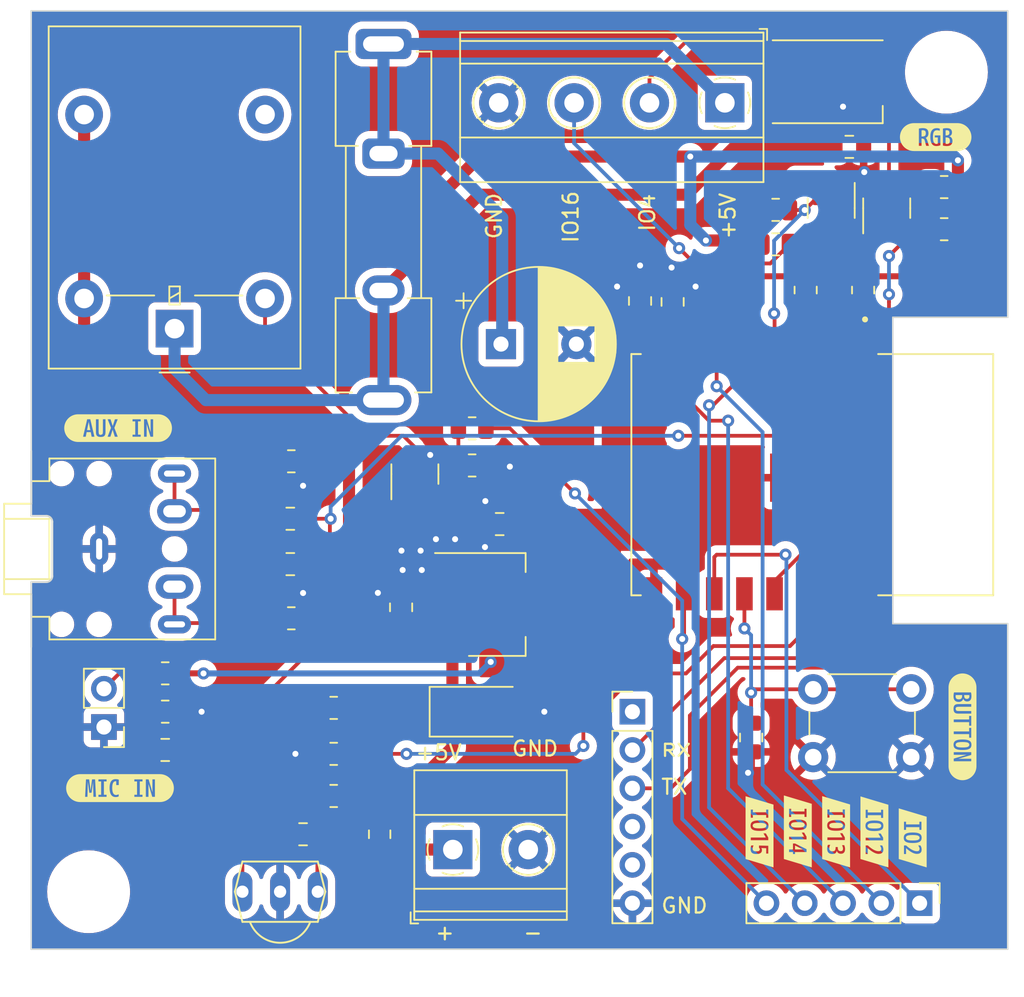
<source format=kicad_pcb>
(kicad_pcb (version 20221018) (generator pcbnew)
  (layers (0 "F.Cu" signal) (31 "B.Cu" signal) (34 "B.Paste" user) (35 "F.Paste" user) (36 "B.SilkS" user "B.Silkscreen") (37 "F.SilkS" user "F.Silkscreen") (38 "B.Mask" user) (39 "F.Mask" user) (44 "Edge.Cuts" user))
  (net 0 "")
  (net 1 "+5V")
  (net 2 "GND")
  (net 3 "+3V3")
  (net 4 "Net-(J3-Pin_1)")
  (net 5 "/Top_Sheet/ESP-12S/IO0")
  (net 6 "/Top_Sheet/ESP-12S/ADC")
  (net 7 "Net-(MK1-+)")
  (net 8 "Net-(C8-Pad2)")
  (net 9 "Net-(C9-Pad2)")
  (net 10 "/Top_Sheet/ESP-12S/5V_LED")
  (net 12 "/Top_Sheet/ESP-12S/DATA")
  (net 13 "Net-(J4-Pin_1)")
  (net 15 "/Top_Sheet/ESP-12S/RXD0")
  (net 16 "/Top_Sheet/ESP-12S/TXD")
  (net 19 "/Top_Sheet/ESP-12S/CLK")
  (net 20 "/Top_Sheet/ESP-12S/IO2")
  (net 21 "/Top_Sheet/ESP-12S/IO12")
  (net 22 "/Top_Sheet/ESP-12S/IO13")
  (net 23 "/Top_Sheet/ESP-12S/IO14")
  (net 24 "/Top_Sheet/ESP-12S/IO15")
  (net 25 "Net-(Q3-D)")
  (net 27 "/Top_Sheet/ESP-12S/IO4")
  (net 28 "/Top_Sheet/ESP-12S/IO16")
  (net 29 "Net-(Q3-G)")
  (net 30 "Net-(U1-RST)")
  (net 31 "Net-(U1-EN)")
  (net 32 "/Top_Sheet/ESP-12S/IO5")
  (net 33 "Net-(U3-V+)")
  (net 34 "Net-(R13-Pad2)")
  (footprint "Connector_PinHeader_2.54mm:PinHeader_1x06_P2.54mm_Vertical" (layer "F.Cu") (at 118.314 100.598)
    (fp_text reference "J2" hide)
    (fp_text value "Conn_01x06")
  )
  (footprint "Connector_PinHeader_2.54mm:PinHeader_1x02_P2.54mm_Vertical" (layer "F.Cu") (at 83.262 101.614 180)
    (fp_text reference "MK1" hide)
    (fp_text value "Microphone")
  )
  (footprint "Resistor_SMD:R_0805_2012Metric" (layer "F.Cu") (at 138.9915 65.8)
    (fp_text reference "R5" hide)
    (fp_text value "K10K")
  )
  (footprint "Resistor_SMD:R_0805_2012Metric" (layer "F.Cu") (at 98.502 103.392)
    (fp_text reference "R14" hide)
    (fp_text value "3.3K")
  )
  (footprint "Resistor_SMD:R_0805_2012Metric" (layer "F.Cu") (at 127.8155 67.31 180)
    (fp_text reference "R4" hide)
    (fp_text value "10K")
  )
  (footprint "Capacitor_SMD:C_0805_2012Metric" (layer "F.Cu") (at 126.188 102.31 90)
    (fp_text reference "C6" hide)
    (fp_text value "100n")
  )
  (footprint "Capacitor_SMD:C_0805_2012Metric" (layer "F.Cu") (at 132.702 63.132)
    (fp_text reference "C10" hide)
    (fp_text value "100n")
  )
  (footprint "MountingHole:MountingHole_3mm" (layer "F.Cu") (at 139.142 58.18)
    (fp_text reference "H1" hide)
    (fp_text value "MountingHole")
  )
  (footprint "Resistor_SMD:R_0805_2012Metric" (layer "F.Cu") (at 98.502 100.344 180)
    (fp_text reference "R13" hide)
    (fp_text value "10K")
  )
  (footprint "Package_TO_SOT_SMD:SOT-223-3_TabPin2" (layer "F.Cu") (at 109.322 93.486)
    (fp_text reference "U2" hide)
    (fp_text value "NCP1117-3.3_SOT223")
  )
  (footprint "Resistor_SMD:R_0805_2012Metric" (layer "F.Cu") (at 107.6835 84.2635)
    (fp_text reference "R8" hide)
    (fp_text value "10K")
  )
  (footprint "Button_Switch_THT:SW_PUSH_6mm_H7.3mm" (layer "F.Cu") (at 130.304 99.11)
    (fp_text reference "SW2" hide)
    (fp_text value "SW_SPST")
  )
  (footprint "kibuzzard-6541D5EF" (layer "F.Cu") (at 134.366 108.569125 -90)
    (fp_text reference "kibuzzard-6541D5EF" hide)
    (fp_text value "G***" hide)
  )
  (footprint "TSOP1838:TSOP18XX" (layer "F.Cu") (at 94.9472 112.5094)
    (fp_text reference "U3" hide)
    (fp_text value "TSOP1838")
  )
  (footprint "kibuzzard-6541D612" (layer "F.Cu") (at 136.906 108.966 -90)
    (fp_text reference "kibuzzard-6541D612" hide)
    (fp_text value "G***" hide)
  )
  (footprint "kibuzzard-6541E326" (layer "F.Cu") (at 138.43 62.484)
    (fp_text reference "kibuzzard-6541E326" hide)
    (fp_text value "G***" hide)
  )
  (footprint "Diode_SMD:D_SMA" (layer "F.Cu") (at 108.376 100.598)
    (fp_text reference "D1" hide)
    (fp_text value "SS16")
  )
  (footprint "Connector_PinHeader_2.54mm:PinHeader_1x05_P2.54mm_Vertical" (layer "F.Cu") (at 137.364 113.298 -90)
    (fp_text reference "J5" hide)
    (fp_text value "Conn_01x05_Pin")
  )
  (footprint "kibuzzard-6541D591" (layer "F.Cu") (at 129.286 108.537375 -90)
    (fp_text reference "kibuzzard-6541D591" hide)
    (fp_text value "G***" hide)
  )
  (footprint "Resistor_SMD:R_0805_2012Metric" (layer "F.Cu") (at 138.9915 68.594)
    (fp_text reference "R3" hide)
    (fp_text value "10K")
  )
  (footprint "ESP-12S:MODULE_ESP-12S" (layer "F.Cu") (at 130.244 84.876 -90)
    (fp_text reference "U1" hide)
    (fp_text value "ESP-12S")
  )
  (footprint "Connector_Audio:Jack_3.5mm_CUI_SJ1-3525N_Horizontal" (layer "F.Cu") (at 82.943 89.803 -90)
    (fp_text reference "J6" hide)
    (fp_text value "AudioJack2_Ground_Switch")
    (fp_line (start -2.2 3.5) (end -2.2 4.5) (stroke (width 0.12)) (layer "Edge.Cuts"))
    (fp_line (start -2.2 4.5) (end -6.5 4.5) (stroke (width 0.12)) (layer "Edge.Cuts"))
    (fp_line (start 1.8 3.1) (end -1.8 3.1) (stroke (width 0.12)) (layer "Edge.Cuts"))
    (fp_line (start 2.2 3.5) (end 2.2 4.5) (stroke (width 0.12)) (layer "Edge.Cuts"))
    (fp_line (start 2.2 4.5) (end 6.5 4.5) (stroke (width 0.12)) (layer "Edge.Cuts"))
    (fp_arc (start -2.2 3.5) (mid -2.082842 3.217158) (end -1.8 3.1) (stroke (width 0.12)) (layer "Edge.Cuts"))
    (fp_arc (start 1.8 3.1) (mid 2.082843 3.217157) (end 2.2 3.5) (stroke (width 0.12)) (layer "Edge.Cuts"))
  )
  (footprint "Capacitor_SMD:C_0805_2012Metric" (layer "F.Cu") (at 102.972 93.674 90)
    (fp_text reference "C1" hide)
    (fp_text value "10u")
  )
  (footprint "Capacitor_SMD:C_0805_2012Metric" (layer "F.Cu") (at 95.624 90.808 180)
    (fp_text reference "C8" hide)
    (fp_text value "100n")
  )
  (footprint "Capacitor_SMD:C_0805_2012Metric" (layer "F.Cu") (at 120.981 73.415 90)
    (fp_text reference "C4" hide)
    (fp_text value "10u")
  )
  (footprint "kibuzzard-6541E704" (layer "F.Cu") (at 140.208 101.6 -90)
    (fp_text reference "kibuzzard-6541E704" hide)
    (fp_text value "G***" hide)
  )
  (footprint "Package_TO_SOT_SMD:SOT-23" (layer "F.Cu") (at 131.4985 67.197 -90)
    (fp_text reference "Q2" hide)
    (fp_text value "BSS138")
  )
  (footprint "kibuzzard-6541E997" (layer "F.Cu") (at 84.328 105.664)
    (fp_text reference "kibuzzard-6541E997" hide)
    (fp_text value "G***" hide)
  )
  (footprint "Resistor_SMD:R_0805_2012Metric" (layer "F.Cu") (at 129.806 72.63 -90)
    (fp_text reference "R2" hide)
    (fp_text value "10K")
  )
  (footprint "Resistor_SMD:R_0805_2012Metric" (layer "F.Cu") (at 127.8155 69.596 180)
    (fp_text reference "R6" hide)
    (fp_text value "K10K")
  )
  (footprint "Package_TO_SOT_SMD:SOT-23" (layer "F.Cu") (at 103.886 84.836 90)
    (fp_text reference "Q3" hide)
    (fp_text value "BSS138")
  )
  (footprint "kibuzzard-6541E98B" (layer "F.Cu") (at 84.201 81.788)
    (fp_text reference "kibuzzard-6541E98B" hide)
    (fp_text value "G***" hide)
  )
  (footprint "Capacitor_SMD:C_0805_2012Metric" (layer "F.Cu") (at 96.47 108.726 180)
    (fp_text reference "C11" hide)
    (fp_text value "4.7uF")
  )
  (footprint "kibuzzard-6541D5B9" (layer "F.Cu") (at 126.746 108.563569 -90)
    (fp_text reference "kibuzzard-6541D5B9" hide)
    (fp_text value "G***" hide)
  )
  (footprint "MountingHole:MountingHole_3mm" (layer "F.Cu") (at 82.246 112.536)
    (fp_text reference "H2" hide)
    (fp_text value "MountingHole")
  )
  (footprint "Capacitor_SMD:C_0805_2012Metric" (layer "F.Cu") (at 87.326 103.133 180)
    (fp_text reference "C7" hide)
    (fp_text value "100n")
  )
  (footprint "Package_TO_SOT_SMD:SOT-23" (layer "F.Cu") (at 135.1815 67.197 90)
    (fp_text reference "Q1" hide)
    (fp_text value "BSS138")
  )
  (footprint "Resistor_SMD:R_0805_2012Metric" (layer "F.Cu") (at 98.502 106.186 180)
    (fp_text reference "R15" hide)
    (fp_text value "100")
  )
  (footprint "Resistor_SMD:R_0805_2012Metric" (layer "F.Cu") (at 95.69 83.988 180)
    (fp_text reference "R9" hide)
    (fp_text value "10K")
  )
  (footprint "Resistor_SMD:R_0805_2012Metric" (layer "F.Cu") (at 87.326 100.593 180)
    (fp_text reference "R12" hide)
    (fp_text value "3.3K")
  )
  (footprint "LED_SMD:LED_WS2812B_PLCC4_5.0x5.0mm_P3.2mm" (layer "F.Cu") (at 131.268 58.814)
    (fp_text reference "D2" hide)
    (fp_text value "WS2812B")
  )
  (footprint "Resistor_SMD:R_0805_2012Metric" (layer "F.Cu") (at 107.6835 81.802 180)
    (fp_text reference "R7" hide)
    (fp_text value "10K")
  )
  (footprint "Resistor_SMD:R_0805_2012Metric" (layer "F.Cu") (at 95.69 94.402 180)
    (fp_text reference "R10" hide)
    (fp_text value "10K")
  )
  (footprint "Capacitor_SMD:C_0805_2012Metric" (layer "F.Cu") (at 95.624 87.798 180)
    (fp_text reference "C9" hide)
    (fp_text value "100n")
  )
  (footprint "Capacitor_SMD:C_0805_2012Metric" (layer "F.Cu") (at 118.822 73.354 90)
    (fp_text reference "C3" hide)
    (fp_text value "100n")
  )
  (footprint "TerminalBlock_Phoenix:TerminalBlock_Phoenix_MKDS-1,5-4_1x04_P5.00mm_Horizontal" (layer "F.Cu") (at 124.447 60.211 180)
    (fp_text reference "J3" hide)
    (fp_text value "Screw_Terminal_01x04")
  )
  (footprint "kibuzzard-6541D5D1" (layer "F.Cu") (at 131.826 108.5596 -90)
    (fp_text reference "kibuzzard-6541D5D1" hide)
    (fp_text value "G***" hide)
  )
  (footprint "Resistor_SMD:R_0805_2012Metric" (layer "F.Cu") (at 133.616 72.63 -90)
    (fp_text reference "R1" hide)
    (fp_text value "10K")
  )
  (footprint "Relay_THT:Relay_SPDT_Omron-G5LE-1" (layer "F.Cu") (at 87.948 75.1895 180)
    (fp_text reference "K1" hide)
    (fp_text value "G5LE-1")
  )
  (footprint "Capacitor_SMD:C_0805_2012Metric" (layer "F.Cu") (at 109.51 88.152 180)
    (fp_text reference "C2" hide)
    (fp_text value "10u")
  )
  (footprint "TerminalBlock_Phoenix:TerminalBlock_Phoenix_MKDS-1,5-2_1x02_P5.00mm_Horizontal" (layer "F.Cu") (at 106.405 109.742)
    (fp_text reference "J4" hide)
    (fp_text value "Screw_Terminal_01x02")
  )
  (footprint "Fuse:Fuseholder_Clip-5x20mm_Keystone_3512P_Inline_P23.62x7.27mm_D1.02x2.41x1.02x1.57mm_Horizontal" (layer "F.Cu") (at 101.804 56.308 -90)
    (fp_text reference "F2" hide)
    (fp_text value "Fuse")
  )
  (footprint "Capacitor_THT:CP_Radial_D10.0mm_P5.00mm" (layer "F.Cu") (at 109.596323 76.214)
    (fp_text reference "C5" hide)
    (fp_text value "1000u")
  )
  (footprint "Resistor_SMD:R_0805_2012Metric" (layer "F.Cu") (at 87.326 98.053)
    (fp_text reference "R11" hide)
    (fp_text value "10K")
  )
  (footprint "Fuse:Fuse_0805_2012Metric" (layer "F.Cu") (at 101.55 108.726 90)
    (fp_text reference "F1" hide)
    (fp_text value "Fuse")
  )
  (gr_line (start 78.443 83.303) (end 78.436 54.116) (stroke (width 0.1)) (layer "Edge.Cuts"))
  (gr_line (start 135.586 93.486) (end 135.586 94.756) (stroke (width 0.1)) (layer "Edge.Cuts"))
  (gr_line (start 78.443 96.303) (end 78.436 116.346) (stroke (width 0.1)) (layer "Edge.Cuts"))
  (gr_line (start 143.206 94.756) (end 143.206 116.346) (stroke (width 0.1)) (layer "Edge.Cuts"))
  (gr_line (start 143.206 54.116) (end 143.206 74.436) (stroke (width 0.1)) (layer "Edge.Cuts"))
  (gr_line (start 78.436 54.116) (end 143.206 54.116) (stroke (width 0.1)) (layer "Edge.Cuts"))
  (gr_line (start 143.206 74.436) (end 135.586 74.436) (stroke (width 0.1)) (layer "Edge.Cuts"))
  (gr_line (start 135.586 74.436) (end 135.586 93.486) (stroke (width 0.1)) (layer "Edge.Cuts"))
  (gr_line (start 143.206 116.346) (end 78.436 116.346) (stroke (width 0.1)) (layer "Edge.Cuts"))
  (gr_line (start 135.586 94.756) (end 143.206 94.756) (stroke (width 0.1)) (layer "Edge.Cuts"))
  (gr_text "IO4" (at 119.888 68.834 90) (layer "F.SilkS") (effects (font (size 1 1)) (justify left bottom)))
  (gr_text "+5V" (at 103.845 103.886) (layer "F.SilkS") (effects (font (size 1 1)) (justify left bottom)))
  (gr_text "GND" (at 120.142 114.046) (layer "F.SilkS") (effects (font (size 1 1)) (justify left bottom)))
  (gr_text "RX" (at 120.142 103.632) (layer "F.SilkS") (effects (font (size 0.8 1)) (justify left bottom)))
  (gr_text "+" (at 105.156 115.824) (layer "F.SilkS") (effects (font (size 1 1)) (justify left bottom)))
  (gr_text "IO16" (at 114.808 69.596 90) (layer "F.SilkS") (effects (font (size 1 1)) (justify left bottom)))
  (gr_text "GND" (at 109.728 69.342 90) (layer "F.SilkS") (effects (font (size 1 1)) (justify left bottom)))
  (gr_text "-" (at 110.998 115.824) (layer "F.SilkS") (effects (font (size 1 1)) (justify left bottom)))
  (gr_text "TX" (at 120.142 106.172) (layer "F.SilkS") (effects (font (size 1 1)) (justify left bottom)))
  (gr_text "+5V" (at 125.222 69.342 90) (layer "F.SilkS") (effects (font (size 1 1)) (justify left bottom)))
  (gr_text "GND" (at 110.236 103.632) (layer "F.SilkS") (effects (font (size 1 1)) (justify left bottom)))
  (segment (start 106.376 100.598) (end 106.376 95.99) (width 0.8) (layer "F.Cu") (net 1))
  (segment (start 123.19 69.342) (end 126.649 69.342) (width 0.8) (layer "F.Cu") (net 1))
  (segment (start 81.948 79.726) (end 81.948 73.1895) (width 0.8) (layer "F.Cu") (net 1))
  (segment (start 102.972 94.624) (end 101.926 94.624) (width 0.8) (layer "F.Cu") (net 1))
  (segment (start 97.74 81.802) (end 84.024 81.802) (width 0.8) (layer "F.Cu") (net 1))
  (segment (start 126.649 69.342) (end 126.903 69.596) (width 0.8) (layer "F.Cu") (net 1))
  (segment (start 139.904 65.8) (end 139.904 64.022) (width 0.8) (layer "F.Cu") (net 1))
  (segment (start 106.376 102.9625) (end 106.376 100.598) (width 0.8) (layer "F.Cu") (net 1))
  (segment (start 81.948 60.9895) (end 81.948 68.072) (width 0.8) (layer "F.Cu") (net 1))
  (segment (start 103.886 68.072) (end 108.182351 63.775649) (width 0.8) (layer "F.Cu") (net 1))
  (segment (start 81.948 68.072) (end 103.886 68.072) (width 0.8) (layer "F.Cu") (net 1))
  (segment (start 101.55 107.7885) (end 106.376 102.9625) (width 0.8) (layer "F.Cu") (net 1))
  (segment (start 99.518 83.58) (end 97.74 81.802) (width 0.8) (layer "F.Cu") (net 1))
  (segment (start 101.55 107.7885) (end 101.017 107.7885) (width 0.8) (layer "F.Cu") (net 1))
  (segment (start 84.024 81.802) (end 81.948 79.726) (width 0.8) (layer "F.Cu") (net 1))
  (segment (start 104.134 95.786) (end 106.172 95.786) (width 0.8) (layer "F.Cu") (net 1))
  (segment (start 102.972 94.624) (end 104.134 95.786) (width 0.8) (layer "F.Cu") (net 1))
  (segment (start 101.926 94.624) (end 99.518 92.216) (width 0.8) (layer "F.Cu") (net 1))
  (segment (start 101.017 107.7885) (end 99.4145 106.186) (width 0.8) (layer "F.Cu") (net 1))
  (segment (start 99.518 92.216) (end 99.518 83.58) (width 0.8) (layer "F.Cu") (net 1))
  (segment (start 106.376 95.99) (end 106.172 95.786) (width 0.8) (layer "F.Cu") (net 1))
  (segment (start 81.948 68.072) (end 81.948 73.1895) (width 0.8) (layer "F.Cu") (net 1))
  (segment (start 108.182351 63.775649) (end 122.152351 63.775649) (width 0.8) (layer "F.Cu") (net 1))
  (via (at 139.904 64.022) (size 0.8) (drill 0.4) (layers "F.Cu" "B.Cu") (net 1))
  (via (at 123.19 69.342) (size 0.8) (drill 0.4) (layers "F.Cu" "B.Cu") (net 1))
  (via (at 122.152351 63.775649) (size 0.8) (drill 0.4) (layers "F.Cu" "B.Cu") (net 1))
  (segment (start 122.152351 63.775649) (end 122.152351 68.304351) (width 0.8) (layer "B.Cu") (net 1))
  (segment (start 122.152351 68.304351) (end 123.19 69.342) (width 0.8) (layer "B.Cu") (net 1))
  (segment (start 139.904 64.022) (end 139.657649 63.775649) (width 0.8) (layer "B.Cu") (net 1))
  (segment (start 139.657649 63.775649) (end 122.152351 63.775649) (width 0.8) (layer "B.Cu") (net 1))
  (segment (start 96.6025 92.8565) (end 96.47 92.724) (width 0.25) (layer "F.Cu") (net 2))
  (segment (start 102.972 91.302) (end 103.074 91.2) (width 0.25) (layer "F.Cu") (net 2))
  (segment (start 101.440214 92.724) (end 101.431607 92.715393) (width 0.25) (layer "F.Cu") (net 2))
  (segment (start 108.56 88.152) (end 108.56 89.651) (width 0.25) (layer "F.Cu") (net 2))
  (segment (start 108.56 89.651) (end 108.535 89.676) (width 0.25) (layer "F.Cu") (net 2))
  (segment (start 108.56 86.628) (end 108.56 88.152) (width 0.25) (layer "F.Cu") (net 2))
  (segment (start 96.6025 85.4795) (end 96.47 85.612) (width 0.25) (layer "F.Cu") (net 2))
  (segment (start 102.972 92.724) (end 101.440214 92.724) (width 0.25) (layer "F.Cu") (net 2))
  (segment (start 95.52 109.93) (end 94.946 110.504) (width 0.25) (layer "F.Cu") (net 2))
  (segment (start 95.52 108.726) (end 95.52 109.93) (width 0.25) (layer "F.Cu") (net 2))
  (segment (start 110.376 100.598) (end 112.472 100.598) (width 0.25) (layer "F.Cu") (net 2))
  (segment (start 88.2385 100.593) (end 89.734 100.593) (width 0.25) (layer "F.Cu") (net 2))
  (segment (start 97.5895 103.392) (end 95.962 103.392) (width 0.25) (layer "F.Cu") (net 2))
  (segment (start 104.836 85.7735) (end 104.836 83.632) (width 0.25) (layer "F.Cu") (net 2))
  (segment (start 126.442 103.26) (end 125.983996 103.718004) (width 0.25) (layer "F.Cu") (net 2))
  (segment (start 89.734 100.593) (end 89.739 100.598) (width 0.25) (layer "F.Cu") (net 2))
  (segment (start 133.718 60.464) (end 132.286 60.464) (width 0.25) (layer "F.Cu") (net 2))
  (segment (start 133.652 63.132) (end 133.652 64.765673) (width 0.25) (layer "F.Cu") (net 2))
  (segment (start 102.972 92.724) (end 102.972 91.302) (width 0.25) (layer "F.Cu") (net 2))
  (segment (start 125.983996 103.718004) (end 125.983996 104.648) (width 0.25) (layer "F.Cu") (net 2))
  (segment (start 106.172 91.186) (end 104.358 91.186) (width 0.25) (layer "F.Cu") (net 2))
  (segment (start 108.596 84.2635) (end 110.1075 84.2635) (width 0.25) (layer "F.Cu") (net 2))
  (segment (start 96.6025 94.402) (end 96.6025 92.8565) (width 0.25) (layer "F.Cu") (net 2))
  (segment (start 104.836 83.632) (end 104.902 83.566) (width 0.25) (layer "F.Cu") (net 2))
  (segment (start 110.1075 84.2635) (end 110.186 84.342) (width 0.25) (layer "F.Cu") (net 2))
  (segment (start 96.6025 83.988) (end 96.6025 85.4795) (width 0.25) (layer "F.Cu") (net 2))
  (segment (start 94.946 110.504) (end 94.946 112.536) (width 0.25) (layer "F.Cu") (net 2))
  (segment (start 104.358 91.186) (end 104.344 91.2) (width 0.25) (layer "F.Cu") (net 2))
  (segment (start 132.286 60.464) (end 132.284 60.466) (width 0.25) (layer "F.Cu") (net 2))
  (via (at 108.535 89.676) (size 0.8) (drill 0.4) (layers "F.Cu" "B.Cu") (net 2))
  (via (at 96.47 92.724) (size 0.8) (drill 0.4) (layers "F.Cu" "B.Cu") (net 2))
  (via (at 104.902 83.566) (size 0.8) (drill 0.4) (layers "F.Cu" "B.Cu") (net 2))
  (via (at 122.505 72.399) (size 0.8) (drill 0.4) (layers "F.Cu" "B.Cu") (net 2))
  (via (at 125.983996 104.648) (size 0.8) (drill 0.4) (layers "F.Cu" "B.Cu") (net 2))
  (via (at 106.553 89.154) (size 0.8) (drill 0.4) (layers "F.Cu" "B.Cu") (net 2))
  (via (at 95.962 103.392) (size 0.8) (drill 0.4) (layers "F.Cu" "B.Cu") (net 2))
  (via (at 110.186 84.342) (size 0.8) (drill 0.4) (layers "F.Cu" "B.Cu") (net 2))
  (via (at 103.074 91.2) (size 0.8) (drill 0.4) (layers "F.Cu" "B.Cu") (net 2))
  (via (at 104.267 89.916) (size 0.8) (drill 0.4) (layers "F.Cu" "B.Cu") (net 2))
  (via (at 96.47 85.612) (size 0.8) (drill 0.4) (layers "F.Cu" "B.Cu") (net 2))
  (via (at 120.912365 71.137671) (size 0.8) (drill 0.4) (layers "F.Cu" "B.Cu") (net 2))
  (via (at 101.431607 92.715393) (size 0.8) (drill 0.4) (layers "F.Cu" "B.Cu") (net 2))
  (via (at 102.997 89.916) (size 0.8) (drill 0.4) (layers "F.Cu" "B.Cu") (net 2))
  (via (at 108.56 86.628) (size 0.8) (drill 0.4) (layers "F.Cu" "B.Cu") (net 2))
  (via (at 112.472 100.598) (size 0.8) (drill 0.4) (layers "F.Cu" "B.Cu") (net 2))
  (via (at 118.822 71.002) (size 0.8) (drill 0.4) (layers "F.Cu" "B.Cu") (net 2))
  (via (at 89.739 100.598) (size 0.8) (drill 0.4) (layers "F.Cu" "B.Cu") (net 2))
  (via (at 133.692327 64.806) (size 0.8) (drill 0.4) (layers "F.Cu" "B.Cu") (net 2))
  (via (at 104.344 91.2) (size 0.8) (drill 0.4) (layers "F.Cu" "B.Cu") (net 2))
  (via (at 105.283 89.154) (size 0.8) (drill 0.4) (layers "F.Cu" "B.Cu") (net 2))
  (via (at 132.284 60.466) (size 0.8) (drill 0.4) (layers "F.Cu" "B.Cu") (net 2))
  (via (at 117.298 72.399) (size 0.8) (drill 0.4) (layers "F.Cu" "B.Cu") (net 2))
  (segment (start 88.2385 98.053) (end 89.861 98.053) (width 0.4) (layer "F.Cu") (net 3))
  (segment (start 129.806 71.7175) (end 124.664 71.7175) (width 0.4) (layer "F.Cu") (net 3))
  (segment (start 120.981 74.365) (end 122.0065 74.365) (width 0.4) (layer "F.Cu") (net 3))
  (segment (start 139.904 68.594) (end 139.904 71.134) (width 0.4) (layer "F.Cu") (net 3))
  (segment (start 122.0065 74.365) (end 122.0115 74.37) (width 0.4) (layer "F.Cu") (net 3))
  (segment (start 122.0115 74.37) (end 124.664 71.7175) (width 0.4) (layer "F.Cu") (net 3))
  (segment (start 131.2655 65.0765) (end 131.7735 65.5845) (width 0.4) (layer "F.Cu") (net 3))
  (segment (start 134.2315 68.1345) (end 134.2315 71.102) (width 0.4) (layer "F.Cu") (net 3))
  (segment (start 120.92 74.304) (end 120.981 74.365) (width 0.4) (layer "F.Cu") (net 3))
  (segment (start 133.616 71.7175) (end 129.806 71.7175) (width 0.4) (layer "F.Cu") (net 3))
  (segment (start 126.903 67.31) (end 129.1365 65.0765) (width 0.4) (layer "F.Cu") (net 3))
  (segment (start 119.838 74.304) (end 120.92 74.304) (width 0.4) (layer "F.Cu") (net 3))
  (segment (start 132.4485 66.2595) (end 132.4485 66.3515) (width 0.4) (layer "F.Cu") (net 3))
  (segment (start 106.172 93.486) (end 112.472 93.486) (width 0.4) (layer "F.Cu") (net 3))
  (segment (start 134.2315 71.102) (end 133.616 71.7175) (width 0.4) (layer "F.Cu") (net 3))
  (segment (start 132.4485 66.2595) (end 131.7735 65.5845) (width 0.4) (layer "F.Cu") (net 3))
  (segment (start 118.822 74.304) (end 119.838 74.304) (width 0.4) (layer "F.Cu") (net 3))
  (segment (start 139.904 71.134) (end 139.3205 71.7175) (width 0.4) (layer "F.Cu") (net 3))
  (segment (start 112.472 90.164) (end 110.46 88.152) (width 0.4) (layer "F.Cu") (net 3))
  (segment (start 112.472 93.486) (end 112.472 90.164) (width 0.4) (layer "F.Cu") (net 3))
  (segment (start 139.3205 71.7175) (end 133.616 71.7175) (width 0.4) (layer "F.Cu") (net 3))
  (segment (start 89.861 98.053) (end 89.866 98.058) (width 0.4) (layer "F.Cu") (net 3))
  (segment (start 119.744 76.976) (end 119.744 74.398) (width 0.4) (layer "F.Cu") (net 3))
  (segment (start 129.1365 65.0765) (end 131.2655 65.0765) (width 0.4) (layer "F.Cu") (net 3))
  (segment (start 119.744 74.398) (end 119.838 74.304) (width 0.4) (layer "F.Cu") (net 3))
  (segment (start 132.4485 66.3515) (end 134.2315 68.1345) (width 0.4) (layer "F.Cu") (net 3))
  (via (at 108.916 97.296) (size 0.8) (drill 0.4) (layers "F.Cu" "B.Cu") (net 3))
  (via (at 89.866 98.058) (size 0.8) (drill 0.4) (layers "F.Cu" "B.Cu") (net 3))
  (segment (start 108.154 98.058) (end 108.916 97.296) (width 0.4) (layer "B.Cu") (net 3))
  (segment (start 89.866 98.058) (end 108.154 98.058) (width 0.4) (layer "B.Cu") (net 3))
  (segment (start 120.544 56.308) (end 101.804 56.308) (width 0.8) (layer "B.Cu") (net 4))
  (segment (start 109.678 76.132323) (end 109.596323 76.214) (width 0.8) (layer "B.Cu") (net 4))
  (segment (start 124.447 60.211) (end 120.544 56.308) (width 0.8) (layer "B.Cu") (net 4))
  (segment (start 101.804 63.578) (end 101.804 56.308) (width 0.8) (layer "B.Cu") (net 4))
  (segment (start 105.424 63.578) (end 109.678 67.832) (width 0.8) (layer "B.Cu") (net 4))
  (segment (start 109.678 67.832) (end 109.678 76.132323) (width 0.8) (layer "B.Cu") (net 4))
  (segment (start 101.804 63.578) (end 105.424 63.578) (width 0.8) (layer "B.Cu") (net 4))
  (segment (start 126.188 99.328) (end 126.406 99.11) (width 0.25) (layer "F.Cu") (net 5))
  (segment (start 125.744 92.776) (end 125.744 95.073998) (width 0.25) (layer "F.Cu") (net 5))
  (segment (start 130.304 99.11) (end 136.804 99.11) (width 0.25) (layer "F.Cu") (net 5))
  (segment (start 126.406 99.11) (end 130.304 99.11) (width 0.25) (layer "F.Cu") (net 5))
  (segment (start 126.188 101.36) (end 126.188 99.328) (width 0.25) (layer "F.Cu") (net 5))
  (via (at 126.188 99.328) (size 0.8) (drill 0.4) (layers "F.Cu" "B.Cu") (net 5))
  (via (at 125.744 95.073998) (size 0.8) (drill 0.4) (layers "F.Cu" "B.Cu") (net 5))
  (segment (start 126.188 95.517998) (end 125.744 95.073998) (width 0.25) (layer "B.Cu") (net 5))
  (segment (start 126.188 99.328) (end 126.188 95.517998) (width 0.25) (layer "B.Cu") (net 5))
  (segment (start 88.276 103.133) (end 90.374 103.133) (width 0.25) (layer "F.Cu") (net 6))
  (segment (start 98.11 90.808) (end 98.248 90.946) (width 0.25) (layer "F.Cu") (net 6))
  (segment (start 91.8955 101.6115) (end 98.248 95.259) (width 0.25) (layer "F.Cu") (net 6))
  (segment (start 90.374 103.133) (end 91.8955 101.6115) (width 0.25) (layer "F.Cu") (net 6))
  (segment (start 128.488 82.296) (end 121.362 82.296) (width 0.25) (layer "F.Cu") (net 6))
  (segment (start 98.248 95.259) (end 98.248 90.946) (width 0.25) (layer "F.Cu") (net 6))
  (segment (start 98.297998 87.798) (end 98.298 87.797998) (width 0.25) (layer "F.Cu") (net 6))
  (segment (start 131.744 76.976) (end 131.744 79.04) (width 0.25) (layer "F.Cu") (net 6))
  (segment (start 98.248 87.847998) (end 98.298 87.797998) (width 0.25) (layer "F.Cu") (net 6))
  (segment (start 96.574 90.808) (end 98.11 90.808) (width 0.25) (layer "F.Cu") (net 6))
  (segment (start 131.744 79.04) (end 128.488 82.296) (width 0.25) (layer "F.Cu") (net 6))
  (segment (start 98.248 90.946) (end 98.248 87.847998) (width 0.25) (layer "F.Cu") (net 6))
  (segment (start 96.574 87.798) (end 98.297998 87.798) (width 0.25) (layer "F.Cu") (net 6))
  (via (at 98.298 87.797998) (size 0.8) (drill 0.4) (layers "F.Cu" "B.Cu") (net 6))
  (via (at 121.362 82.296) (size 0.8) (drill 0.4) (layers "F.Cu" "B.Cu") (net 6))
  (segment (start 102.997 82.296) (end 98.298 86.995) (width 0.25) (layer "B.Cu") (net 6))
  (segment (start 98.298 86.995) (end 98.298 87.797998) (width 0.25) (layer "B.Cu") (net 6))
  (segment (start 121.362 82.296) (end 102.997 82.296) (width 0.25) (layer "B.Cu") (net 6))
  (segment (start 86.4135 98.053) (end 84.283 98.053) (width 0.25) (layer "F.Cu") (net 7))
  (segment (start 86.376 98.0905) (end 86.4135 98.053) (width 0.25) (layer "F.Cu") (net 7))
  (segment (start 86.376 103.133) (end 86.376 98.0905) (width 0.25) (layer "F.Cu") (net 7))
  (segment (start 84.283 98.053) (end 83.262 99.074) (width 0.25) (layer "F.Cu") (net 7))
  (segment (start 92.052 94.402) (end 94.7775 94.402) (width 0.25) (layer "F.Cu") (net 8))
  (segment (start 94.674 90.808) (end 94.674 94.2985) (width 0.25) (layer "F.Cu") (net 8))
  (segment (start 87.943 94.716) (end 91.738 94.716) (width 0.25) (layer "F.Cu") (net 8))
  (segment (start 87.943 92.303) (end 87.943 94.716) (width 0.25) (layer "F.Cu") (net 8))
  (segment (start 94.674 94.2985) (end 94.7775 94.402) (width 0.25) (layer "F.Cu") (net 8))
  (segment (start 91.738 94.716) (end 92.052 94.402) (width 0.25) (layer "F.Cu") (net 8))
  (segment (start 91.216 87.216) (end 91.798 87.798) (width 0.25) (layer "F.Cu") (net 9))
  (segment (start 94.7775 87.6945) (end 94.674 87.798) (width 0.25) (layer "F.Cu") (net 9))
  (segment (start 91.798 87.798) (end 94.674 87.798) (width 0.25) (layer "F.Cu") (net 9))
  (segment (start 94.7775 83.988) (end 94.7775 87.6945) (width 0.25) (layer "F.Cu") (net 9))
  (segment (start 87.943 84.803) (end 87.943 87.216) (width 0.25) (layer "F.Cu") (net 9))
  (segment (start 87.943 87.216) (end 91.216 87.216) (width 0.25) (layer "F.Cu") (net 9))
  (segment (start 125.082 63.132) (end 121.906 66.308) (width 0.8) (layer "F.Cu") (net 10))
  (segment (start 128.818 57.164) (end 130.252 57.164) (width 0.8) (layer "F.Cu") (net 10))
  (segment (start 108.154 66.308) (end 101.804 72.658) (width 0.8) (layer "F.Cu") (net 10))
  (segment (start 130.76 62.14) (end 131.752 63.132) (width 0.8) (layer "F.Cu") (net 10))
  (segment (start 131.752 63.132) (end 125.082 63.132) (width 0.8) (layer "F.Cu") (net 10))
  (segment (start 130.76 57.672) (end 130.76 62.14) (width 0.8) (layer "F.Cu") (net 10))
  (segment (start 121.906 66.308) (end 108.154 66.308) (width 0.8) (layer "F.Cu") (net 10))
  (segment (start 130.252 57.164) (end 130.76 57.672) (width 0.8) (layer "F.Cu") (net 10))
  (segment (start 90.026 79.928) (end 101.804 79.928) (width 0.8) (layer "B.Cu") (net 10))
  (segment (start 101.804 72.658) (end 101.804 79.928) (width 0.8) (layer "B.Cu") (net 10))
  (segment (start 87.948 75.1895) (end 87.948 77.85) (width 0.8) (layer "B.Cu") (net 10))
  (segment (start 87.948 77.85) (end 90.026 79.928) (width 0.8) (layer "B.Cu") (net 10))
  (segment (start 132.448 57.038) (end 134.825 57.038) (width 0.25) (layer "F.Cu") (net 12))
  (segment (start 135.332 57.545) (end 135.332 66.109) (width 0.25) (layer "F.Cu") (net 12))
  (segment (start 135.332 66.109) (end 135.1815 66.2595) (width 0.25) (layer "F.Cu") (net 12))
  (segment (start 135.641 65.8) (end 138.079 65.8) (width 0.25) (layer "F.Cu") (net 12))
  (segment (start 122.632 55.386) (end 130.796 55.386) (width 0.25) (layer "F.Cu") (net 12))
  (segment (start 130.796 55.386) (end 132.448 57.038) (width 0.25) (layer "F.Cu") (net 12))
  (segment (start 119.447 60.211) (end 119.447 58.571) (width 0.25) (layer "F.Cu") (net 12))
  (segment (start 119.447 58.571) (end 122.632 55.386) (width 0.25) (layer "F.Cu") (net 12))
  (segment (start 135.1815 66.2595) (end 135.641 65.8) (width 0.25) (layer "F.Cu") (net 12))
  (segment (start 134.825 57.038) (end 135.332 57.545) (width 0.25) (layer "F.Cu") (net 12))
  (segment (start 101.6285 109.742) (end 101.55 109.6635) (width 0.8) (layer "F.Cu") (net 13))
  (segment (start 106.405 109.742) (end 101.6285 109.742) (width 0.8) (layer "F.Cu") (net 13))
  (segment (start 131.744 95.264) (end 131.744 92.776) (width 0.25) (layer "F.Cu") (net 15))
  (segment (start 118.314 103.138) (end 124.41 97.042) (width 0.25) (layer "F.Cu") (net 15))
  (segment (start 129.966 97.042) (end 131.744 95.264) (width 0.25) (layer "F.Cu") (net 15))
  (segment (start 124.41 97.042) (end 129.966 97.042) (width 0.25) (layer "F.Cu") (net 15))
  (segment (start 122.124 104.408) (end 120.854 105.678) (width 0.25) (layer "F.Cu") (net 16))
  (segment (start 120.854 105.678) (end 118.314 105.678) (width 0.25) (layer "F.Cu") (net 16))
  (segment (start 125.299 97.677) (end 122.124 100.852) (width 0.25) (layer "F.Cu") (net 16))
  (segment (start 131.839 97.677) (end 125.299 97.677) (width 0.25) (layer "F.Cu") (net 16))
  (segment (start 133.744 92.776) (end 133.744 95.772) (width 0.25) (layer "F.Cu") (net 16))
  (segment (start 133.744 95.772) (end 131.839 97.677) (width 0.25) (layer "F.Cu") (net 16))
  (segment (start 122.124 100.852) (end 122.124 104.408) (width 0.25) (layer "F.Cu") (net 16))
  (segment (start 131.4985 69.1615) (end 131.4985 68.1345) (width 0.25) (layer "F.Cu") (net 19))
  (segment (start 127.458 70.866) (end 122.428 70.866) (width 0.25) (layer "F.Cu") (net 19))
  (segment (start 128.728 69.596) (end 127.458 70.866) (width 0.25) (layer "F.Cu") (net 19))
  (segment (start 128.728 69.596) (end 131.064 69.596) (width 0.25) (layer "F.Cu") (net 19))
  (segment (start 131.064 69.596) (end 131.4985 69.1615) (width 0.25) (layer "F.Cu") (net 19))
  (segment (start 122.428 70.866) (end 121.412 69.85) (width 0.25) (layer "F.Cu") (net 19))
  (via (at 121.412 69.85) (size 0.8) (drill 0.4) (layers "F.Cu" "B.Cu") (net 19))
  (segment (start 114.447 62.885) (end 121.412 69.85) (width 0.25) (layer "B.Cu") (net 19))
  (segment (start 114.447 60.211) (end 114.447 62.885) (width 0.25) (layer "B.Cu") (net 19))
  (segment (start 128.464694 90.184) (end 128.469347 90.179347) (width 0.25) (layer "F.Cu") (net 20))
  (segment (start 123.744 90.342) (end 123.902 90.184) (width 0.25) (layer "F.Cu") (net 20))
  (segment (start 123.902 90.184) (end 128.464694 90.184) (width 0.25) (layer "F.Cu") (net 20))
  (segment (start 123.744 92.776) (end 123.744 90.342) (width 0.25) (layer "F.Cu") (net 20))
  (via (at 128.469347 90.179347) (size 0.8) (drill 0.4) (layers "F.Cu" "B.Cu") (net 20))
  (segment (start 128.529 104.463) (end 128.529 90.239) (width 0.25) (layer "B.Cu") (net 20))
  (segment (start 137.364 113.298) (end 128.529 104.463) (width 0.25) (layer "B.Cu") (net 20))
  (segment (start 128.529 90.239) (end 128.469347 90.179347) (width 0.25) (layer "B.Cu") (net 20))
  (segment (start 123.902 79.008) (end 123.902 77.134) (width 0.25) (layer "F.Cu") (net 21))
  (segment (start 123.902 77.134) (end 123.744 76.976) (width 0.25) (layer "F.Cu") (net 21))
  (via (at 123.902 79.008) (size 0.8) (drill 0.4) (layers "F.Cu" "B.Cu") (net 21))
  (segment (start 126.95 82.056) (end 126.95 105.424) (width 0.25) (layer "B.Cu") (net 21))
  (segment (start 123.902 79.008) (end 126.95 82.056) (width 0.25) (layer "B.Cu") (net 21))
  (segment (start 126.95 105.424) (end 134.824 113.298) (width 0.25) (layer "B.Cu") (net 21))
  (segment (start 124.664 81.294) (end 123.394001 81.294) (width 0.25) (layer "F.Cu") (net 22))
  (segment (start 123.394001 81.294) (end 121.744 79.643999) (width 0.25) (layer "F.Cu") (net 22))
  (segment (start 121.744 79.643999) (end 121.744 76.976) (width 0.25) (layer "F.Cu") (net 22))
  (via (at 124.664 81.294) (size 0.8) (drill 0.4) (layers "F.Cu" "B.Cu") (net 22))
  (segment (start 124.664 105.678) (end 124.664 81.294) (width 0.25) (layer "B.Cu") (net 22))
  (segment (start 132.284 113.298) (end 124.664 105.678) (width 0.25) (layer "B.Cu") (net 22))
  (segment (start 123.661958 80.273347) (end 123.398653 80.273347) (width 0.25) (layer "F.Cu") (net 23))
  (segment (start 125.744 78.191305) (end 123.661958 80.273347) (width 0.25) (layer "F.Cu") (net 23))
  (segment (start 125.744 76.976) (end 125.744 78.191305) (width 0.25) (layer "F.Cu") (net 23))
  (via (at 123.398653 80.273347) (size 0.8) (drill 0.4) (layers "F.Cu" "B.Cu") (net 23))
  (segment (start 123.398653 106.952653) (end 123.398653 80.273347) (width 0.25) (layer "B.Cu") (net 23))
  (segment (start 129.744 113.298) (end 123.398653 106.952653) (width 0.25) (layer "B.Cu") (net 23))
  (segment (start 110.186 81.802) (end 108.596 81.802) (width 0.25) (layer "F.Cu") (net 24))
  (segment (start 121.744 95.644) (end 121.744 92.776) (width 0.25) (layer "F.Cu") (net 24))
  (segment (start 121.616 95.772) (end 121.744 95.644) (width 0.25) (layer "F.Cu") (net 24))
  (segment (start 114.504 86.12) (end 110.186 81.802) (width 0.25) (layer "F.Cu") (net 24))
  (via (at 114.504 86.12) (size 0.8) (drill 0.4) (layers "F.Cu" "B.Cu") (net 24))
  (via (at 121.616 95.772) (size 0.8) (drill 0.4) (layers "F.Cu" "B.Cu") (net 24))
  (segment (start 114.504 86.12) (end 121.616 93.232) (width 0.25) (layer "B.Cu") (net 24))
  (segment (start 121.616 93.232) (end 121.616 95.772) (width 0.25) (layer "B.Cu") (net 24))
  (segment (start 121.616 107.71) (end 121.616 95.772) (width 0.25) (layer "B.Cu") (net 24))
  (segment (start 127.204 113.298) (end 121.616 107.71) (width 0.25) (layer "B.Cu") (net 24))
  (segment (start 103.124 82.296) (end 100.774 82.296) (width 0.25) (layer "F.Cu") (net 25))
  (segment (start 103.886 83.8985) (end 103.886 83.058) (width 0.25) (layer "F.Cu") (net 25))
  (segment (start 100.774 82.296) (end 93.948 75.47) (width 0.25) (layer "F.Cu") (net 25))
  (segment (start 93.948 75.47) (end 93.948 73.1895) (width 0.25) (layer "F.Cu") (net 25))
  (segment (start 103.886 83.058) (end 103.124 82.296) (width 0.25) (layer "F.Cu") (net 25))
  (segment (start 127.744 92.776) (end 127.744 91.929999) (width 0.25) (layer "F.Cu") (net 27))
  (segment (start 135.332 70.372) (end 136.1315 69.5725) (width 0.25) (layer "F.Cu") (net 27))
  (segment (start 135.332 73.42) (end 135.332 72.912) (width 0.25) (layer "F.Cu") (net 27))
  (segment (start 137.6195 68.1345) (end 138.079 68.594) (width 0.25) (layer "F.Cu") (net 27))
  (segment (start 136.1315 69.5725) (end 136.1315 68.1345) (width 0.25) (layer "F.Cu") (net 27))
  (segment (start 136.1315 68.1345) (end 137.6195 68.1345) (width 0.25) (layer "F.Cu") (net 27))
  (segment (start 127.744 91.929999) (end 135.332 84.341999) (width 0.25) (layer "F.Cu") (net 27))
  (segment (start 135.332 84.341999) (end 135.332 73.42) (width 0.25) (layer "F.Cu") (net 27))
  (via (at 135.332 70.372) (size 0.8) (drill 0.4) (layers "F.Cu" "B.Cu") (net 27))
  (via (at 135.332 72.912) (size 0.8) (drill 0.4) (layers "F.Cu" "B.Cu") (net 27))
  (segment (start 135.332 72.912) (end 135.332 70.372) (width 0.25) (layer "B.Cu") (net 27))
  (segment (start 130.5485 66.2595) (end 130.5485 66.519506) (width 0.25) (layer "F.Cu") (net 28))
  (segment (start 130.5485 66.519506) (end 129.744006 67.324) (width 0.25) (layer "F.Cu") (net 28))
  (segment (start 127.744 76.976) (end 127.744 74.214) (width 0.25) (layer "F.Cu") (net 28))
  (segment (start 129.744006 67.324) (end 128.742 67.324) (width 0.25) (layer "F.Cu") (net 28))
  (segment (start 128.742 67.324) (end 128.728 67.31) (width 0.25) (layer "F.Cu") (net 28))
  (segment (start 127.744 74.214) (end 127.712 74.182) (width 0.25) (layer "F.Cu") (net 28))
  (via (at 129.744006 67.324) (size 0.8) (drill 0.4) (layers "F.Cu" "B.Cu") (net 28))
  (via (at 127.712 74.182) (size 0.8) (drill 0.4) (layers "F.Cu" "B.Cu") (net 28))
  (segment (start 127.712 74.182) (end 127.712 69.356006) (width 0.25) (layer "B.Cu") (net 28))
  (segment (start 127.712 69.356006) (end 129.744006 67.324) (width 0.25) (layer "B.Cu") (net 28))
  (segment (start 102.936 86.934) (end 103.886 87.884) (width 0.25) (layer "F.Cu") (net 29))
  (segment (start 106.771 84.2635) (end 106.771 81.802) (width 0.25) (layer "F.Cu") (net 29))
  (segment (start 105.918 87.884) (end 106.771 87.031) (width 0.25) (layer "F.Cu") (net 29))
  (segment (start 103.886 87.884) (end 105.918 87.884) (width 0.25) (layer "F.Cu") (net 29))
  (segment (start 102.936 85.7735) (end 102.936 86.934) (width 0.25) (layer "F.Cu") (net 29))
  (segment (start 106.771 87.031) (end 106.771 84.2635) (width 0.25) (layer "F.Cu") (net 29))
  (segment (start 133.616 73.5425) (end 133.616 76.848) (width 0.25) (layer "F.Cu") (net 30))
  (segment (start 133.616 76.848) (end 133.744 76.976) (width 0.25) (layer "F.Cu") (net 30))
  (segment (start 129.806 73.5425) (end 129.806 76.914) (width 0.25) (layer "F.Cu") (net 31))
  (segment (start 129.806 76.914) (end 129.744 76.976) (width 0.25) (layer "F.Cu") (net 31))
  (segment (start 115.062 101.6) (end 115.062 102.87) (width 0.25) (layer "F.Cu") (net 32))
  (segment (start 99.4145 100.344) (end 99.4145 103.392) (width 0.25) (layer "F.Cu") (net 32))
  (segment (start 129.744 95.264) (end 128.765 96.243) (width 0.25) (layer "F.Cu") (net 32))
  (segment (start 121.87 98.058) (end 118.604 98.058) (width 0.25) (layer "F.Cu") (net 32))
  (segment (start 103.328 103.392) (end 99.4145 103.392) (width 0.25) (layer "F.Cu") (net 32))
  (segment (start 128.765 96.243) (end 123.685 96.243) (width 0.25) (layer "F.Cu") (net 32))
  (segment (start 118.604 98.058) (end 115.062 101.6) (width 0.25) (layer "F.Cu") (net 32))
  (segment (start 129.744 92.776) (end 129.744 95.264) (width 0.25) (layer "F.Cu") (net 32))
  (segment (start 123.685 96.243) (end 121.87 98.058) (width 0.25) (layer "F.Cu") (net 32))
  (via (at 103.328 103.392) (size 0.8) (drill 0.4) (layers "F.Cu" "B.Cu") (net 32))
  (via (at 115.062 102.87) (size 0.8) (drill 0.4) (layers "F.Cu" "B.Cu") (net 32))
  (segment (start 103.328 103.392) (end 114.54 103.392) (width 0.25) (layer "B.Cu") (net 32))
  (segment (start 114.54 103.392) (end 115.062 102.87) (width 0.25) (layer "B.Cu") (net 32))
  (segment (start 97.42 108.726) (end 97.42 107.776) (width 0.25) (layer "F.Cu") (net 33))
  (segment (start 97.5895 107.6065) (end 97.5895 106.186) (width 0.25) (layer "F.Cu") (net 33))
  (segment (start 97.42 112.51) (end 97.446 112.536) (width 0.25) (layer "F.Cu") (net 33))
  (segment (start 97.42 107.776) (end 97.5895 107.6065) (width 0.25) (layer "F.Cu") (net 33))
  (segment (start 97.42 108.726) (end 97.42 112.51) (width 0.25) (layer "F.Cu") (net 33))
  (segment (start 92.446 103.098) (end 92.446 112.536) (width 0.25) (layer "F.Cu") (net 34))
  (segment (start 95.2 100.344) (end 92.446 103.098) (width 0.25) (layer "F.Cu") (net 34))
  (segment (start 97.5895 100.344) (end 95.2 100.344) (width 0.25) (layer "F.Cu") (net 34))
  (zone (net 3) (net_name "+3V3") (layer "F.Cu") (priority 1) (connect_pads (clearance 0.5)) (min_thickness 0.25) (fill yes (thermal_gap 0.5) (thermal_bridge_width 0.5))
    (polygon (pts (xy 109.678 92.724) (xy 109.678 87.136) (xy 116.282 87.136) (xy 116.282 73.674) (xy 120.6 73.674) (xy 120.6 89.93) (xy 117.552 89.93) (xy 117.552 96.788) (xy 115.266 98.312) (xy 108.154 98.312) (xy 108.154 94.502) (xy 104.852 94.502) (xy 104.852 92.724)))
  )
  (zone (net 2) (net_name "GND") (layers "F&B.Cu") (connect_pads (clearance 0.5)) (min_thickness 0.25) (fill yes (thermal_gap 0.5) (thermal_bridge_width 0.5))
    (polygon (pts (xy 78.436 54.116) (xy 143.206 54.116) (xy 143.206 116.346) (xy 78.436 116.346)))
  )
)
</source>
